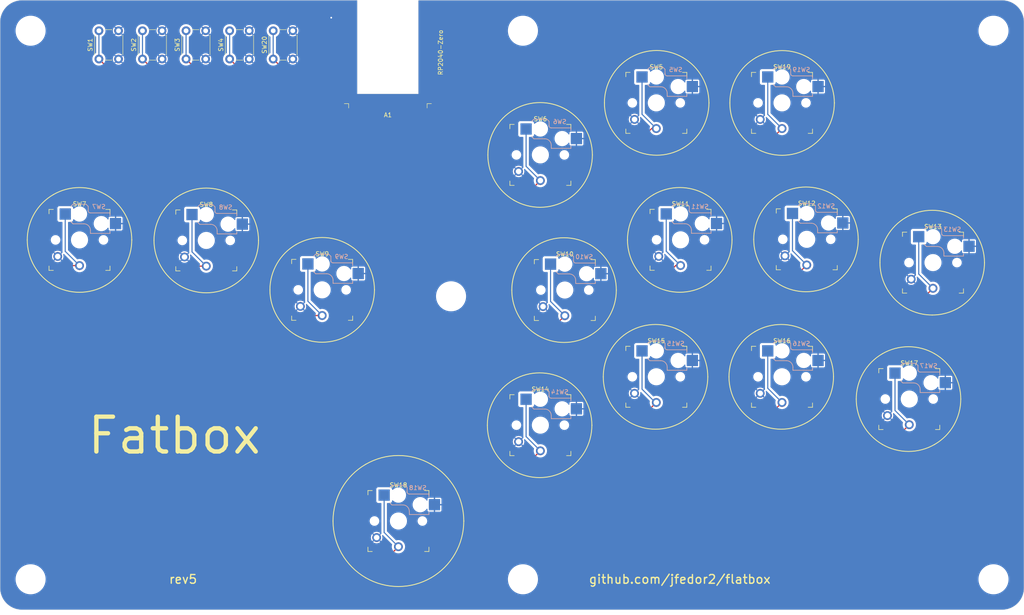
<source format=kicad_pcb>
(kicad_pcb (version 20221018) (generator pcbnew)
  (layers (0 "F.Cu" signal) (31 "B.Cu" signal) (34 "B.Paste" user) (35 "F.Paste" user) (36 "B.SilkS" user "B.Silkscreen") (37 "F.SilkS" user "F.Silkscreen") (38 "B.Mask" user) (39 "F.Mask" user) (44 "Edge.Cuts" user))
  (net 0 "")
  (net 1 "GND")
  (net 2 "LEFT")
  (net 3 "DOWN")
  (net 4 "RIGHT")
  (net 5 "UP")
  (net 6 "L1")
  (net 7 "R1")
  (net 8 "TRIANGLE")
  (net 9 "SQUARE")
  (net 10 "CIRCLE")
  (net 11 "CROSS")
  (net 12 "R2")
  (net 13 "L2")
  (net 14 "OPT1")
  (net 15 "OPT2")
  (net 16 "OPT3")
  (net 17 "OPT4")
  (net 18 "OPT5")
  (net 19 "TOUCH")
  (net 20 "L3")
  (net 21 "R3")
  (footprint "Kailh:Kailh_socket_PG1350_optional" (layer "F.Cu") (at 77.32 75.17)
    (fp_text reference "SW8")
    (fp_text value "SW_Push")
  )
  (footprint "Kailh:Kailh_socket_PG1350_optional" (layer "F.Cu") (at 103.92 86.52)
    (fp_text reference "SW9")
    (fp_text value "SW_Push")
  )
  (footprint "Kailh:Kailh_socket_PG1350_optional" (layer "F.Cu") (at 121.42 139.62)
    (fp_text reference "SW18")
    (fp_text value "SW_Push")
  )
  (footprint "Kailh:Kailh_socket_PG1350_optional" (layer "F.Cu") (at 159.61 86.56)
    (fp_text reference "SW10")
    (fp_text value "SW_Push")
  )
  (footprint "Kailh:Kailh_socket_PG1350_optional" (layer "F.Cu") (at 186.17 75.03)
    (fp_text reference "SW11")
    (fp_text value "SW_Push")
  )
  (footprint "Kailh:Kailh_socket_PG1350_optional" (layer "F.Cu") (at 215.14 74.91)
    (fp_text reference "SW12")
    (fp_text value "SW_Push")
  )
  (footprint "Kailh:Kailh_socket_PG1350_optional" (layer "F.Cu") (at 244.11 80.26)
    (fp_text reference "SW13")
    (fp_text value "SW_Push")
  )
  (footprint "Kailh:Kailh_socket_PG1350_optional" (layer "F.Cu") (at 154 117.6)
    (fp_text reference "SW14")
    (fp_text value "SW_Push")
  )
  (footprint "Kailh:Kailh_socket_PG1350_optional" (layer "F.Cu") (at 180.61 106.49)
    (fp_text reference "SW15")
    (fp_text value "SW_Push")
  )
  (footprint "Kailh:Kailh_socket_PG1350_optional" (layer "F.Cu") (at 209.46 106.49)
    (fp_text reference "SW16")
    (fp_text value "SW_Push")
  )
  (footprint "Kailh:Kailh_socket_PG1350_optional" (layer "F.Cu") (at 238.67 111.6)
    (fp_text reference "SW17")
    (fp_text value "SW_Push")
  )
  (footprint "MountingHole:MountingHole_6.4mm_M6" (layer "F.Cu") (at 37 27)
    (fp_text reference "H1" hide)
    (fp_text value "MountingHole")
  )
  (footprint "MountingHole:MountingHole_6.4mm_M6" (layer "F.Cu") (at 37 153)
    (fp_text reference "H4" hide)
    (fp_text value "MountingHole")
  )
  (footprint "MountingHole:MountingHole_6.4mm_M6" (layer "F.Cu") (at 258 153)
    (fp_text reference "H6" hide)
    (fp_text value "MountingHole")
  )
  (footprint "MountingHole:MountingHole_6.4mm_M6" (layer "F.Cu") (at 258 27)
    (fp_text reference "H3" hide)
    (fp_text value "MountingHole")
  )
  (footprint "Kailh:Kailh_socket_PG1350_optional" (layer "F.Cu") (at 48.225 75.05)
    (fp_text reference "SW7")
    (fp_text value "SW_Push")
  )
  (footprint "MountingHole:MountingHole_6.4mm_M6" (layer "F.Cu") (at 150 27)
    (fp_text reference "H2" hide)
    (fp_text value "MountingHole")
  )
  (footprint "Button_Switch_THT:SW_PUSH_6mm_H5mm" (layer "F.Cu") (at 82.68 33.5 90)
    (fp_text reference "SW4")
    (fp_text value "SW_Push")
  )
  (footprint "Button_Switch_THT:SW_PUSH_6mm_H5mm" (layer "F.Cu") (at 62.68 33.5 90)
    (fp_text reference "SW2")
    (fp_text value "SW_Push")
  )
  (footprint "Kailh:Kailh_socket_PG1350_optional" (layer "F.Cu") (at 180.61 43.57)
    (fp_text reference "SW5")
    (fp_text value "SW_Push")
  )
  (footprint "Button_Switch_THT:SW_PUSH_6mm_H5mm" (layer "F.Cu") (at 52.68 33.5 90)
    (fp_text reference "SW1")
    (fp_text value "SW_Push")
  )
  (footprint "Button_Switch_THT:SW_PUSH_6mm_H5mm" (layer "F.Cu") (at 72.68 33.5 90)
    (fp_text reference "SW3")
    (fp_text value "SW_Push")
  )
  (footprint "Kailh:Kailh_socket_PG1350_optional" (layer "F.Cu") (at 154 55.52)
    (fp_text reference "SW6")
    (fp_text value "SW_Push")
  )
  (footprint "MountingHole:MountingHole_6.4mm_M6" (layer "F.Cu") (at 133.5 88)
    (fp_text reference "H7" hide)
    (fp_text value "MountingHole")
  )
  (footprint "MountingHole:MountingHole_6.4mm_M6" (layer "F.Cu") (at 150 153)
    (fp_text reference "H5" hide)
    (fp_text value "MountingHole")
  )
  (footprint "RP2040-Zero:RP2040-Zero" (layer "F.Cu") (at 119 32)
    (fp_text reference "A1")
    (fp_text value "RP2040-Zero")
  )
  (footprint "Kailh:Kailh_socket_PG1350_optional" (layer "F.Cu") (at 209.46 43.57)
    (fp_text reference "SW19")
    (fp_text value "SW_Push")
  )
  (footprint "Button_Switch_THT:SW_PUSH_6mm_H5mm" (layer "F.Cu") (at 92.68 33.5 90)
    (fp_text reference "SW20")
    (fp_text value "SW_Push")
  )
  (gr_curve (pts (xy 65.320345 75.17053) (xy 65.320345 70.873617) (xy 67.606529 66.903105) (xy 71.317714 64.754648)) (stroke (width 0.2)) (layer "F.SilkS"))
  (gr_curve (pts (xy 147.942729 45.111347) (xy 151.653914 42.96289) (xy 156.226282 42.96289) (xy 159.937467 45.111347)) (stroke (width 0.2)) (layer "F.SilkS"))
  (gr_curve (pts (xy 83.312452 64.754648) (xy 87.023636 66.903105) (xy 89.309821 70.873617) (xy 89.309821 75.17053)) (stroke (width 0.2)) (layer "F.SilkS"))
  (gr_curve (pts (xy 191.98674 85.459979) (xy 188.275555 87.608436) (xy 183.703187 87.608436) (xy 179.992002 85.459979)) (stroke (width 0.2)) (layer "F.SilkS"))
  (gr_curve (pts (xy 244.492107 101.194118) (xy 248.203292 103.342575) (xy 250.489476 107.313086) (xy 250.489476 111.61)) (stroke (width 0.2)) (layer "F.SilkS"))
  (gr_curve (pts (xy 244.492107 122.025882) (xy 240.780922 124.174338) (xy 236.208554 124.174338) (xy 232.497369 122.025882)) (stroke (width 0.2)) (layer "F.SilkS"))
  (gr_curve (pts (xy 113.913745 152.649412) (xy 109.271238 149.9618) (xy 106.411337 144.994889) (xy 106.411337 139.619665)) (stroke (width 0.2)) (layer "F.SilkS"))
  (gr_curve (pts (xy 215.283009 116.915882) (xy 211.571824 119.064338) (xy 206.999456 119.064338) (xy 203.288271 116.915882)) (stroke (width 0.2)) (layer "F.SilkS"))
  (gr_curve (pts (xy 203.288271 96.084118) (xy 206.999456 93.935661) (xy 211.571824 93.935661) (xy 215.283009 96.084118)) (stroke (width 0.2)) (layer "F.SilkS"))
  (gr_curve (pts (xy 250.489476 111.61) (xy 250.489476 115.906913) (xy 248.203292 119.877425) (xy 244.492107 122.025882)) (stroke (width 0.2)) (layer "F.SilkS"))
  (gr_curve (pts (xy 153.439763 96.993447) (xy 149.728578 94.84499) (xy 147.442394 90.874479) (xy 147.442394 86.577565)) (stroke (width 0.2)) (layer "F.SilkS"))
  (gr_curve (pts (xy 221.280378 106.5) (xy 221.280378 110.796913) (xy 218.994194 114.767425) (xy 215.283009 116.915882)) (stroke (width 0.2)) (layer "F.SilkS"))
  (gr_curve (pts (xy 147.942729 65.943111) (xy 144.231545 63.794654) (xy 141.945361 59.824142) (xy 141.945361 55.527229)) (stroke (width 0.2)) (layer "F.SilkS"))
  (gr_curve (pts (xy 220.959277 64.509955) (xy 224.670462 66.658411) (xy 226.956646 70.628923) (xy 226.956646 74.925837)) (stroke (width 0.2)) (layer "F.SilkS"))
  (gr_curve (pts (xy 232.497369 122.025882) (xy 228.786184 119.877425) (xy 226.5 115.906913) (xy 226.5 111.61)) (stroke (width 0.2)) (layer "F.SilkS"))
  (gr_curve (pts (xy 83.312452 85.586412) (xy 79.601267 87.734869) (xy 75.028899 87.734869) (xy 71.317714 85.586412)) (stroke (width 0.2)) (layer "F.SilkS"))
  (gr_curve (pts (xy 186.428731 116.915882) (xy 182.717546 119.064338) (xy 178.145178 119.064338) (xy 174.433993 116.915882)) (stroke (width 0.2)) (layer "F.SilkS"))
  (gr_curve (pts (xy 197.290902 106.5) (xy 197.290902 102.203086) (xy 199.577087 98.232575) (xy 203.288271 96.084118)) (stroke (width 0.2)) (layer "F.SilkS"))
  (gr_curve (pts (xy 197.486149 43.585181) (xy 197.486149 39.288267) (xy 199.772333 35.317756) (xy 203.483517 33.169299)) (stroke (width 0.2)) (layer "F.SilkS"))
  (gr_curve (pts (xy 128.918561 152.649412) (xy 124.276055 155.337024) (xy 118.556251 155.337024) (xy 113.913745 152.649412)) (stroke (width 0.2)) (layer "F.SilkS"))
  (gr_curve (pts (xy 179.992002 64.628215) (xy 183.703187 62.479759) (xy 188.275555 62.479759) (xy 191.98674 64.628215)) (stroke (width 0.2)) (layer "F.SilkS"))
  (gr_line (start 192.688072 43.566959) (end 192.688072 43.566959) (stroke (width 0.2)) (layer "F.SilkS"))
  (gr_curve (pts (xy 54.221646 64.636398) (xy 57.932831 66.784855) (xy 60.219015 70.755367) (xy 60.219015 75.05228)) (stroke (width 0.2)) (layer "F.SilkS"))
  (gr_curve (pts (xy 255.929177 80.272345) (xy 255.929176 86.914797) (xy 250.558949 92.299569) (xy 243.934439 92.299569)) (stroke (width 0.2)) (layer "F.SilkS"))
  (gr_curve (pts (xy 171.43187 86.577565) (xy 171.43187 90.874479) (xy 169.145686 94.84499) (xy 165.434501 96.993447)) (stroke (width 0.2)) (layer "F.SilkS"))
  (gr_curve (pts (xy 42.226909 64.636398) (xy 45.938093 62.487941) (xy 50.510462 62.487941) (xy 54.221646 64.636398)) (stroke (width 0.2)) (layer "F.SilkS"))
  (gr_curve (pts (xy 141.829187 117.616005) (xy 141.829187 113.319092) (xy 144.115372 109.34858) (xy 147.826556 107.200125)) (stroke (width 0.2)) (layer "F.SilkS"))
  (gr_curve (pts (xy 203.483517 54.001063) (xy 199.772333 51.852606) (xy 197.486149 47.882094) (xy 197.486149 43.585181)) (stroke (width 0.2)) (layer "F.SilkS"))
  (gr_curve (pts (xy 186.690703 53.982841) (xy 182.979518 56.131297) (xy 178.40715 56.131297) (xy 174.695965 53.982841)) (stroke (width 0.2)) (layer "F.SilkS"))
  (gr_curve (pts (xy 202.96717 74.925837) (xy 202.96717 70.628923) (xy 205.253354 66.658411) (xy 208.964539 64.509955)) (stroke (width 0.2)) (layer "F.SilkS"))
  (gr_curve (pts (xy 109.919904 96.938924) (xy 106.208719 99.08738) (xy 101.636351 99.08738) (xy 97.925166 96.938924)) (stroke (width 0.2)) (layer "F.SilkS"))
  (gr_curve (pts (xy 91.927798 86.523042) (xy 91.927798 82.226128) (xy 94.213982 78.255617) (xy 97.925166 76.10716)) (stroke (width 0.2)) (layer "F.SilkS"))
  (gr_curve (pts (xy 147.826556 107.200125) (xy 151.537741 105.051667) (xy 156.110109 105.051667) (xy 159.821294 107.200125)) (stroke (width 0.2)) (layer "F.SilkS"))
  (gr_curve (pts (xy 165.434501 76.161683) (xy 169.145686 78.31014) (xy 171.43187 82.280652) (xy 171.43187 86.577565)) (stroke (width 0.2)) (layer "F.SilkS"))
  (gr_curve (pts (xy 232.497369 101.194118) (xy 236.208554 99.045661) (xy 240.780922 99.045661) (xy 244.492107 101.194118)) (stroke (width 0.2)) (layer "F.SilkS"))
  (gr_line (start 165.818663 117.616005) (end 165.818663 117.616005) (stroke (width 0.2)) (layer "F.SilkS"))
  (gr_curve (pts (xy 192.4261 106.5) (xy 192.4261 110.796913) (xy 190.139916 114.767425) (xy 186.428731 116.915882)) (stroke (width 0.2)) (layer "F.SilkS"))
  (gr_curve (pts (xy 128.918561 126.589918) (xy 133.561067 129.277529) (xy 136.420969 134.244441) (xy 136.420969 139.619665)) (stroke (width 0.2)) (layer "F.SilkS"))
  (gr_curve (pts (xy 54.221646 85.468162) (xy 50.510462 87.616619) (xy 45.938093 87.616619) (xy 42.226909 85.468162)) (stroke (width 0.2)) (layer "F.SilkS"))
  (gr_curve (pts (xy 237.93707 69.856463) (xy 241.648255 67.708006) (xy 246.220623 67.708006) (xy 249.931808 69.856463)) (stroke (width 0.2)) (layer "F.SilkS"))
  (gr_curve (pts (xy 179.992002 85.459979) (xy 176.280818 83.311522) (xy 173.994634 79.341011) (xy 173.994634 75.044097)) (stroke (width 0.2)) (layer "F.SilkS"))
  (gr_curve (pts (xy 106.411337 139.619665) (xy 106.411337 134.244441) (xy 109.271238 129.277529) (xy 113.913745 126.589918)) (stroke (width 0.2)) (layer "F.SilkS"))
  (gr_curve (pts (xy 186.690703 33.151077) (xy 190.401888 35.299534) (xy 192.688072 39.270045) (xy 192.688072 43.566959)) (stroke (width 0.2)) (layer "F.SilkS"))
  (gr_curve (pts (xy 168.698597 43.566959) (xy 168.698597 39.270045) (xy 170.984781 35.299534) (xy 174.695965 33.151077)) (stroke (width 0.2)) (layer "F.SilkS"))
  (gr_curve (pts (xy 159.821294 107.200125) (xy 163.532479 109.34858) (xy 165.818663 113.319092) (xy 165.818663 117.616005)) (stroke (width 0.2)) (layer "F.SilkS"))
  (gr_curve (pts (xy 159.937467 65.943111) (xy 156.226282 68.091567) (xy 151.653914 68.091567) (xy 147.942729 65.943111)) (stroke (width 0.2)) (layer "F.SilkS"))
  (gr_curve (pts (xy 226.5 111.61) (xy 226.5 107.313086) (xy 228.786184 103.342575) (xy 232.497369 101.194118)) (stroke (width 0.2)) (layer "F.SilkS"))
  (gr_curve (pts (xy 174.695965 33.151077) (xy 178.40715 31.00262) (xy 182.979518 31.00262) (xy 186.690703 33.151077)) (stroke (width 0.2)) (layer "F.SilkS"))
  (gr_curve (pts (xy 174.433993 116.915882) (xy 170.722808 114.767425) (xy 168.436624 110.796913) (xy 168.436624 106.5)) (stroke (width 0.2)) (layer "F.SilkS"))
  (gr_curve (pts (xy 191.98674 64.628215) (xy 195.697925 66.776672) (xy 197.984109 70.747184) (xy 197.984109 75.044097)) (stroke (width 0.2)) (layer "F.SilkS"))
  (gr_curve (pts (xy 174.433993 96.084118) (xy 178.145178 93.935661) (xy 182.717546 93.935661) (xy 186.428731 96.084118)) (stroke (width 0.2)) (layer "F.SilkS"))
  (gr_curve (pts (xy 249.931808 69.856463) (xy 253.642993 72.00492) (xy 255.929177 75.975432) (xy 255.929177 80.272345)) (stroke (width 0.2)) (layer "F.SilkS"))
  (gr_curve (pts (xy 60.219015 75.05228) (xy 60.219015 79.349193) (xy 57.932831 83.319705) (xy 54.221646 85.468162)) (stroke (width 0.2)) (layer "F.SilkS"))
  (gr_curve (pts (xy 173.994634 75.044097) (xy 173.994634 70.747184) (xy 176.280818 66.776672) (xy 179.992002 64.628215)) (stroke (width 0.2)) (layer "F.SilkS"))
  (gr_line (start 60.219015 75.05228) (end 60.219015 75.05228) (stroke (width 0.2)) (layer "F.SilkS"))
  (gr_curve (pts (xy 97.925166 76.10716) (xy 101.636351 73.958703) (xy 106.208719 73.958703) (xy 109.919904 76.10716)) (stroke (width 0.2)) (layer "F.SilkS"))
  (gr_curve (pts (xy 136.420969 139.619665) (xy 136.420969 144.994889) (xy 133.561067 149.9618) (xy 128.918561 152.649412)) (stroke (width 0.2)) (layer "F.SilkS"))
  (gr_curve (pts (xy 215.478255 54.001063) (xy 211.76707 56.149519) (xy 207.194702 56.149519) (xy 203.483517 54.001063)) (stroke (width 0.2)) (layer "F.SilkS"))
  (gr_curve (pts (xy 168.436624 106.5) (xy 168.436624 102.203086) (xy 170.722808 98.232575) (xy 174.433993 96.084118)) (stroke (width 0.2)) (layer "F.SilkS"))
  (gr_curve (pts (xy 221.475624 43.585181) (xy 221.475624 47.882094) (xy 219.18944 51.852606) (xy 215.478255 54.001063)) (stroke (width 0.2)) (layer "F.SilkS"))
  (gr_curve (pts (xy 109.919904 76.10716) (xy 113.631089 78.255617) (xy 115.917273 82.226128) (xy 115.917273 86.523042)) (stroke (width 0.2)) (layer "F.SilkS"))
  (gr_curve (pts (xy 113.913745 126.589918) (xy 118.556251 123.902306) (xy 124.276055 123.902306) (xy 128.918561 126.589918)) (stroke (width 0.2)) (layer "F.SilkS"))
  (gr_curve (pts (xy 97.925166 96.938924) (xy 94.213982 94.790467) (xy 91.927798 90.819955) (xy 91.927798 86.523042)) (stroke (width 0.2)) (layer "F.SilkS"))
  (gr_curve (pts (xy 220.959277 85.341718) (xy 217.248092 87.490175) (xy 212.675724 87.490175) (xy 208.964539 85.341718)) (stroke (width 0.2)) (layer "F.SilkS"))
  (gr_curve (pts (xy 231.939701 80.272345) (xy 231.939701 75.975432) (xy 234.225885 72.00492) (xy 237.93707 69.856463)) (stroke (width 0.2)) (layer "F.SilkS"))
  (gr_curve (pts (xy 71.317714 85.586412) (xy 67.606529 83.437955) (xy 65.320345 79.467444) (xy 65.320345 75.17053)) (stroke (width 0.2)) (layer "F.SilkS"))
  (gr_curve (pts (xy 197.984109 75.044097) (xy 197.984109 79.341011) (xy 195.697925 83.311522) (xy 191.98674 85.459979)) (stroke (width 0.2)) (layer "F.SilkS"))
  (gr_curve (pts (xy 208.964539 85.341718) (xy 205.253354 83.193262) (xy 202.96717 79.22275) (xy 202.96717 74.925837)) (stroke (width 0.2)) (layer "F.SilkS"))
  (gr_curve (pts (xy 215.478255 33.169299) (xy 219.18944 35.317756) (xy 221.475624 39.288267) (xy 221.475624 43.585181)) (stroke (width 0.2)) (layer "F.SilkS"))
  (gr_line (start 221.475624 43.585181) (end 221.475624 43.585181) (stroke (width 0.2)) (layer "F.SilkS"))
  (gr_curve (pts (xy 147.826556 128.031887) (xy 144.115372 125.883431) (xy 141.829187 121.912919) (xy 141.829187 117.616005)) (stroke (width 0.2)) (layer "F.SilkS"))
  (gr_curve (pts (xy 71.317714 64.754648) (xy 75.028899 62.606192) (xy 79.601267 62.606192) (xy 83.312452 64.754648)) (stroke (width 0.2)) (layer "F.SilkS"))
  (gr_curve (pts (xy 147.442394 86.577565) (xy 147.442394 82.280652) (xy 149.728578 78.31014) (xy 153.439763 76.161683)) (stroke (width 0.2)) (layer "F.SilkS"))
  (gr_line (start 115.917273 86.523042) (end 115.917273 86.523042) (stroke (width 0.2)) (layer "F.SilkS"))
  (gr_curve (pts (xy 165.934836 55.527229) (xy 165.934836 59.824142) (xy 163.648652 63.794654) (xy 159.937467 65.943111)) (stroke (width 0.2)) (layer "F.SilkS"))
  (gr_line (start 89.309821 75.17053) (end 89.309821 75.17053) (stroke (width 0.2)) (layer "F.SilkS"))
  (gr_curve (pts (xy 159.821294 128.031887) (xy 156.110109 130.180344) (xy 151.537741 130.180344) (xy 147.826556 128.031887)) (stroke (width 0.2)) (layer "F.SilkS"))
  (gr_curve (pts (xy 165.818663 117.616005) (xy 165.818663 121.912919) (xy 163.532479 125.883431) (xy 159.821294 128.031887)) (stroke (width 0.2)) (layer "F.SilkS"))
  (gr_curve (pts (xy 141.945361 55.527229) (xy 141.945361 51.230315) (xy 144.231545 47.259804) (xy 147.942729 45.111347)) (stroke (width 0.2)) (layer "F.SilkS"))
  (gr_curve (pts (xy 89.309821 75.17053) (xy 89.309821 79.467444) (xy 87.023636 83.437955) (xy 83.312452 85.586412)) (stroke (width 0.2)) (layer "F.SilkS"))
  (gr_curve (pts (xy 203.288271 116.915882) (xy 199.577087 114.767425) (xy 197.290902 110.796913) (xy 197.290902 106.5)) (stroke (width 0.2)) (layer "F.SilkS"))
  (gr_curve (pts (xy 203.483517 33.169299) (xy 207.194702 31.020842) (xy 211.76707 31.020842) (xy 215.478255 33.169299)) (stroke (width 0.2)) (layer "F.SilkS"))
  (gr_curve (pts (xy 186.428731 96.084118) (xy 190.139916 98.232575) (xy 192.4261 102.203086) (xy 192.4261 106.5)) (stroke (width 0.2)) (layer "F.SilkS"))
  (gr_curve (pts (xy 174.695965 53.982841) (xy 170.984781 51.834384) (xy 168.698597 47.863872) (xy 168.698597 43.566959)) (stroke (width 0.2)) (layer "F.SilkS"))
  (gr_curve (pts (xy 159.937467 45.111347) (xy 163.648652 47.259804) (xy 165.934836 51.230315) (xy 165.934836 55.527229)) (stroke (width 0.2)) (layer "F.SilkS"))
  (gr_curve (pts (xy 42.226909 85.468162) (xy 38.515724 83.319705) (xy 36.22954 79.349193) (xy 36.22954 75.05228)) (stroke (width 0.2)) (layer "F.SilkS"))
  (gr_curve (pts (xy 36.22954 75.05228) (xy 36.22954 70.755367) (xy 38.515724 66.784855) (xy 42.226909 64.636398)) (stroke (width 0.2)) (layer "F.SilkS"))
  (gr_line (start 136.420969 139.619665) (end 136.420969 139.619665) (stroke (width 0.2)) (layer "F.SilkS"))
  (gr_curve (pts (xy 115.917273 86.523042) (xy 115.917273 90.819955) (xy 113.631089 94.790467) (xy 109.919904 96.938924)) (stroke (width 0.2)) (layer "F.SilkS"))
  (gr_curve (pts (xy 243.934439 92.299569) (xy 237.309929 92.299569) (xy 231.939702 86.914797) (xy 231.939701 80.272345)) (stroke (width 0.2)) (layer "F.SilkS"))
  (gr_curve (pts (xy 165.434501 96.993447) (xy 161.723316 99.141904) (xy 157.150948 99.141904) (xy 153.439763 96.993447)) (stroke (width 0.2)) (layer "F.SilkS"))
  (gr_curve (pts (xy 215.283009 96.084118) (xy 218.994194 98.232575) (xy 221.280378 102.203086) (xy 221.280378 106.5)) (stroke (width 0.2)) (layer "F.SilkS"))
  (gr_curve (pts (xy 192.688072 43.566959) (xy 192.688072 47.863872) (xy 190.401888 51.834384) (xy 186.690703 53.982841)) (stroke (width 0.2)) (layer "F.SilkS"))
  (gr_curve (pts (xy 208.964539 64.509955) (xy 212.675724 62.361498) (xy 217.248092 62.361498) (xy 220.959277 64.509955)) (stroke (width 0.2)) (layer "F.SilkS"))
  (gr_curve (pts (xy 226.956646 74.925837) (xy 226.956646 79.22275) (xy 224.670462 83.193262) (xy 220.959277 85.341718)) (stroke (width 0.2)) (layer "F.SilkS"))
  (gr_curve (pts (xy 153.439763 76.161683) (xy 157.150948 74.013227) (xy 161.723316 74.013227) (xy 165.434501 76.161683)) (stroke (width 0.2)) (layer "F.SilkS"))
  (gr_line (start 265 25) (end 265 155) (stroke (width 0.05)) (layer "Edge.Cuts"))
  (gr_line (start 260 160) (end 35 160) (stroke (width 0.05)) (layer "Edge.Cuts"))
  (gr_line (start 30 155) (end 30 25) (stroke (width 0.05)) (layer "Edge.Cuts"))
  (gr_line (start 35 20) (end 112 20) (stroke (width 0.05)) (layer "Edge.Cuts"))
  (gr_line (start 126 20) (end 260 20) (stroke (width 0.05)) (layer "Edge.Cuts"))
  (gr_line (start 112 20) (end 112 41.5) (stroke (width 0.05)) (layer "Edge.Cuts"))
  (gr_arc (start 30 25) (mid 31.464466 21.464466) (end 35 20) (stroke (width 0.05)) (layer "Edge.Cuts"))
  (gr_line (start 126 41.5) (end 126 20) (stroke (width 0.05)) (layer "Edge.Cuts"))
  (gr_arc (start 35 160) (mid 31.464466 158.535534) (end 30 155) (stroke (width 0.05)) (layer "Edge.Cuts"))
  (gr_arc (start 265 155) (mid 263.535534 158.535533) (end 260 160) (stroke (width 0.05)) (layer "Edge.Cuts"))
  (gr_arc (start 260 20) (mid 263.535533 21.464466) (end 265 25) (stroke (width 0.05)) (layer "Edge.Cuts"))
  (gr_line (start 112 41.5) (end 126 41.5) (stroke (width 0.05)) (layer "Edge.Cuts"))
  (gr_text "RP2040-Zero" (at 131.1 32 90) (layer "F.SilkS") (effects (font (size 1 1))))
  (gr_text "rev5" (at 72 153) (layer "F.SilkS") (effects (font (size 2 2) (thickness 0.3))))
  (gr_text "github.com/jfedor2/flatbox" (at 186 153) (layer "F.SilkS") (effects (font (size 2 2) (thickness 0.3))))
  (gr_text "Fatbox" (at 70 120) (layer "F.SilkS") (effects (font (size 8 8) (thickness 1))))
  (segment (start 109.84 24.38) (end 106.38 24.38) (width 0.381) (layer "F.Cu") (net 1))
  (segment (start 106.38 24.38) (end 106 24) (width 0.381) (layer "F.Cu") (net 1))
  (via (at 106 24) (size 0.8) (drill 0.4) (layers "F.Cu" "B.Cu") (net 1))
  (segment (start 40.05 80.95) (end 48.225 80.95) (width 0.254) (layer "F.Cu") (net 2))
  (segment (start 121 100) (end 119 102) (width 0.254) (layer "F.Cu") (net 2))
  (segment (start 37 100) (end 37 84) (width 0.254) (layer "F.Cu") (net 2))
  (segment (start 119 102) (end 39 102) (width 0.254) (layer "F.Cu") (net 2))
  (segment (start 116.46 43.7) (end 116.46 62.46) (width 0.254) (layer "F.Cu") (net 2))
  (segment (start 121 67) (end 121 100) (width 0.254) (layer "F.Cu") (net 2))
  (segment (start 37 84) (end 40.05 80.95) (width 0.254) (layer "F.Cu") (net 2))
  (segment (start 116.46 62.46) (end 121 67) (width 0.254) (layer "F.Cu") (net 2))
  (segment (start 39 102) (end 37 100) (width 0.254) (layer "F.Cu") (net 2))
  (segment (start 48.225 80.95) (end 44.95 77.675) (width 0.254) (layer "B.Cu") (net 2))
  (segment (start 44.95 77.675) (end 44.95 69.1) (width 0.254) (layer "B.Cu") (net 2))
  (segment (start 67 99) (end 67 84) (width 0.254) (layer "F.Cu") (net 3))
  (segment (start 70 81) (end 70.07 81.07) (width 0.254) (layer "F.Cu") (net 3))
  (segment (start 113.92 43.7) (end 113.92 61.92) (width 0.254) (layer "F.Cu") (net 3))
  (segment (start 120 68) (end 120 99) (width 0.254) (layer "F.Cu") (net 3))
  (segment (start 113.92 61.92) (end 120 68) (width 0.254) (layer "F.Cu") (net 3))
  (segment (start 70.07 81.07) (end 77.32 81.07) (width 0.254) (layer "F.Cu") (net 3))
  (segment (start 69 101) (end 67 99) (width 0.254) (layer "F.Cu") (net 3))
  (segment (start 120 99) (end 118 101) (width 0.254) (layer "F.Cu") (net 3))
  (segment (start 67 84) (end 70 81) (width 0.254) (layer "F.Cu") (net 3))
  (segment (start 118 101) (end 69 101) (width 0.254) (layer "F.Cu") (net 3))
  (segment (start 74.045 69.22) (end 74.045 77.795) (width 0.254) (layer "B.Cu") (net 3))
  (segment (start 74.045 77.795) (end 77.32 81.07) (width 0.254) (layer "B.Cu") (net 3))
  (segment (start 110 60) (end 110 43) (width 0.254) (layer "F.Cu") (net 4))
  (segment (start 119 69) (end 110 60) (width 0.254) (layer "F.Cu") (net 4))
  (segment (start 110 43) (end 109.84 42.84) (width 0.254) (layer "F.Cu") (net 4))
  (segment (start 117 100) (end 119 98) (width 0.254) (layer "F.Cu") (net 4))
  (segment (start 96 100) (end 117 100) (width 0.254) (layer "F.Cu") (net 4))
  (segment (start 103.92 92.42) (end 96.58 92.42) (width 0.254) (layer "F.Cu") (net 4))
  (segment (start 119 98) (end 119 69) (width 0.254) (layer "F.Cu") (net 4))
  (segment (start 109.84 42.84) (end 109.84 42.16) (width 0.254) (layer "F.Cu") (net 4))
  (segment (start 94 98) (end 96 100) (width 0.254) (layer "F.Cu") (net 4))
  (segment (start 94 95) (end 94 98) (width 0.254) (layer "F.Cu") (net 4))
  (segment (start 96.58 92.42) (end 94 95) (width 0.254) (layer "F.Cu") (net 4))
  (segment (start 100.645 80.57) (end 100.645 89.145) (width 0.254) (layer "B.Cu") (net 4))
  (segment (start 100.645 89.145) (end 103.92 92.42) (width 0.254) (layer "B.Cu") (net 4))
  (segment (start 120 103) (end 105 103) (width 0.254) (layer "F.Cu") (net 5))
  (segment (start 122 101) (end 120 103) (width 0.254) (layer "F.Cu") (net 5))
  (segment (start 120 146.94) (end 121.42 145.52) (width 0.254) (layer "F.Cu") (net 5))
  (segment (start 105 103) (end 103 105) (width 0.254) (layer "F.Cu") (net 5))
  (segment (start 120 147) (end 120 146.94) (width 0.254) (layer "F.Cu") (net 5))
  (segment (start 119 63) (end 122 66) (width 0.254) (layer "F.Cu") (net 5))
  (segment (start 103 148) (end 105 150) (width 0.254) (layer "F.Cu") (net 5))
  (segment (start 103 105) (end 103 148) (width 0.254) (layer "F.Cu") (net 5))
  (segment (start 105 150) (end 117 150) (width 0.254) (layer "F.Cu") (net 5))
  (segment (start 117 150) (end 120 147) (width 0.254) (layer "F.Cu") (net 5))
  (segment (start 122 66) (end 122 101) (width 0.254) (layer "F.Cu") (net 5))
  (segment (start 119 43.7) (end 119 63) (width 0.254) (layer "F.Cu") (net 5))
  (segment (start 118.145 133.67) (end 118.145 142.245) (width 0.254) (layer "B.Cu") (net 5))
  (segment (start 118.145 142.245) (end 121.42 145.52) (width 0.254) (layer "B.Cu") (net 5))
  (segment (start 235 90) (end 240.27 90) (width 0.254) (layer "F.Cu") (net 6))
  (segment (start 128.16 21.84) (end 133.84 21.84) (width 0.254) (layer "F.Cu") (net 6))
  (segment (start 213 26) (end 230 43) (width 0.254) (layer "F.Cu") (net 6))
  (segment (start 230 85) (end 235 90) (width 0.254) (layer "F.Cu") (net 6))
  (segment (start 171 26) (end 213 26) (width 0.254) (layer "F.Cu") (net 6))
  (segment (start 146 34) (end 163 34) (width 0.254) (layer "F.Cu") (net 6))
  (segment (start 240.27 90) (end 244.11 86.16) (width 0.254) (layer "F.Cu") (net 6))
  (segment (start 163 34) (end 171 26) (width 0.254) (layer "F.Cu") (net 6))
  (segment (start 133.84 21.84) (end 146 34) (width 0.254) (layer "F.Cu") (net 6))
  (segment (start 230 43) (end 230 85) (width 0.254) (layer "F.Cu") (net 6))
  (segment (start 240.835 74.31) (end 240.835 82.885) (width 0.254) (layer "B.Cu") (net 6))
  (segment (start 240.835 82.885) (end 244.11 86.16) (width 0.254) (layer "B.Cu") (net 6))
  (segment (start 201 56) (end 201 80) (width 0.254) (layer "F.Cu") (net 7))
  (segment (start 187 29) (end 195 37) (width 0.254) (layer "F.Cu") (net 7))
  (segment (start 201 80) (end 205 84) (width 0.254) (layer "F.Cu") (net 7))
  (segment (start 143 37) (end 166 37) (width 0.254) (layer "F.Cu") (net 7))
  (segment (start 195 50) (end 201 56) (width 0.254) (layer "F.Cu") (net 7))
  (segment (start 135.46 29.46) (end 143 37) (width 0.254) (layer "F.Cu") (net 7))
  (segment (start 128.16 29.46) (end 135.46 29.46) (width 0.254) (layer "F.Cu") (net 7))
  (segment (start 211.95 84) (end 215.14 80.81) (width 0.254) (layer "F.Cu") (net 7))
  (segment (start 174 29) (end 187 29) (width 0.254) (layer "F.Cu") (net 7))
  (segment (start 166 37) (end 174 29) (width 0.254) (layer "F.Cu") (net 7))
  (segment (start 205 84) (end 211.95 84) (width 0.254) (layer "F.Cu") (net 7))
  (segment (start 195 37) (end 195 50) (width 0.254) (layer "F.Cu") (net 7))
  (segment (start 211.865 68.96) (end 211.865 77.535) (width 0.254) (layer "B.Cu") (net 7))
  (segment (start 211.865 77.535) (end 215.14 80.81) (width 0.254) (layer "B.Cu") (net 7))
  (segment (start 140 40) (end 158 40) (width 0.254) (layer "F.Cu") (net 8))
  (segment (start 128.16 37.08) (end 137.08 37.08) (width 0.254) (layer "F.Cu") (net 8))
  (segment (start 158 40) (end 173 55) (width 0.254) (layer "F.Cu") (net 8))
  (segment (start 182 84) (end 185.07 80.93) (width 0.254) (layer "F.Cu") (net 8))
  (segment (start 185.07 80.93) (end 186.17 80.93) (width 0.254) (layer "F.Cu") (net 8))
  (segment (start 137.08 37.08) (end 140 40) (width 0.254) (layer "F.Cu") (net 8))
  (segment (start 173 81) (end 176 84) (width 0.254) (layer "F.Cu") (net 8))
  (segment (start 176 84) (end 182 84) (width 0.254) (layer "F.Cu") (net 8))
  (segment (start 173 55) (end 173 81) (width 0.254) (layer "F.Cu") (net 8))
  (segment (start 182.895 77.655) (end 186.17 80.93) (width 0.254) (layer "B.Cu") (net 8))
  (segment (start 182.895 69.08) (end 182.895 77.655) (width 0.254) (layer "B.Cu") (net 8))
  (segment (start 159.61 92.46) (end 156.07 96) (width 0.254) (layer "F.Cu") (net 9))
  (segment (start 146 69) (end 124.08 47.08) (width 0.254) (layer "F.Cu") (net 9))
  (segment (start 124.08 47.08) (end 124.08 43.7) (width 0.254) (layer "F.Cu") (net 9))
  (segment (start 156.07 96) (end 149 96) (width 0.254) (layer "F.Cu") (net 9))
  (segment (start 146 93) (end 146 69) (width 0.254) (layer "F.Cu") (net 9))
  (segment (start 149 96) (end 146 93) (width 0.254) (layer "F.Cu") (net 9))
  (segment (start 156.335 89.185) (end 159.61 92.46) (width 0.254) (layer "B.Cu") (net 9))
  (segment (start 156.335 80.61) (end 156.335 89.185) (width 0.254) (layer "B.Cu") (net 9))
  (segment (start 172 95) (end 172 56) (width 0.254) (layer "F.Cu") (net 10))
  (segment (start 172 56) (end 157 41) (width 0.254) (layer "F.Cu") (net 10))
  (segment (start 167 113) (end 167 100) (width 0.254) (layer "F.Cu") (net 10))
  (segment (start 167 100) (end 172 95) (width 0.254) (layer "F.Cu") (net 10))
  (segment (start 171 117) (end 167 113) (width 0.254) (layer "F.Cu") (net 10))
  (segment (start 176 117) (end 171 117) (width 0.254) (layer "F.Cu") (net 10))
  (segment (start 180.61 112.39) (end 176 117) (width 0.254) (layer "F.Cu") (net 10))
  (segment (start 137.62 39.62) (end 128.16 39.62) (width 0.254) (layer "F.Cu") (net 10))
  (segment (start 139 41) (end 137.62 39.62) (width 0.254) (layer "F.Cu") (net 10))
  (segment (start 157 41) (end 139 41) (width 0.254) (layer "F.Cu") (net 10))
  (segment (start 177.335 100.54) (end 177.335 109.335) (width 0.254) (layer "B.Cu") (net 10))
  (segment (start 177.335 109.335) (end 180 112) (width 0.254) (layer "B.Cu") (net 10))
  (segment (start 121.54 43.7) (end 121.54 46.54) (width 0.254) (layer "F.Cu") (net 11))
  (segment (start 140 124) (end 144 128) (width 0.254) (layer "F.Cu") (net 11))
  (segment (start 144 128) (end 149.5 128) (width 0.254) (layer "F.Cu") (net 11))
  (segment (start 145 70) (end 145 107) (width 0.254) (layer "F.Cu") (net 11))
  (segment (start 145 107) (end 140 112) (width 0.254) (layer "F.Cu") (net 11))
  (segment (start 149.5 128) (end 154 123.5) (width 0.254) (layer "F.Cu") (net 11))
  (segment (start 140 112) (end 140 124) (width 0.254) (layer "F.Cu") (net 11))
  (segment (start 121.54 46.54) (end 145 70) (width 0.254) (layer "F.Cu") (net 11))
  (segment (start 150.725 111.65) (end 150.725 120.225) (width 0.254) (layer "B.Cu") (net 11))
  (segment (start 150.725 120.225) (end 154 123.5) (width 0.254) (layer "B.Cu") (net 11))
  (segment (start 186 30) (end 194 38) (width 0.254) (layer "F.Cu") (net 12))
  (segment (start 205 116.85) (end 209.46 112.39) (width 0.254) (layer "F.Cu") (net 12))
  (segment (start 142 38) (end 167 38) (width 0.254) (layer "F.Cu") (net 12))
  (segment (start 205 117) (end 205 116.85) (width 0.254) (layer "F.Cu") (net 12))
  (segment (start 196 101) (end 196 112) (width 0.254) (layer "F.Cu") (net 12))
  (segment (start 200 57) (end 200 97) (width 0.254) (layer "F.Cu") (net 12))
  (segment (start 201 117) (end 205 117) (width 0.254) (layer "F.Cu") (net 12))
  (segment (start 200 97) (end 196 101) (width 0.254) (layer "F.Cu") (net 12))
  (segment (start 196 112) (end 201 117) (width 0.254) (layer "F.Cu") (net 12))
  (segment (start 136 32) (end 142 38) (width 0.254) (layer "F.Cu") (net 12))
  (segment (start 194 38) (end 194 51) (width 0.254) (layer "F.Cu") (net 12))
  (segment (start 128.16 32) (end 136 32) (width 0.254) (layer "F.Cu") (net 12))
  (segment (start 167 38) (end 175 30) (width 0.254) (layer "F.Cu") (net 12))
  (segment (start 175 30) (end 186 30) (width 0.254) (layer "F.Cu") (net 12))
  (segment (start 194 51) (end 200 57) (width 0.254) (layer "F.Cu") (net 12))
  (segment (start 206.185 109.115) (end 209.46 112.39) (width 0.254) (layer "B.Cu") (net 12))
  (segment (start 206.185 100.54) (end 206.185 109.115) (width 0.254) (layer "B.Cu") (net 12))
  (segment (start 225 117) (end 230 122) (width 0.254) (layer "F.Cu") (net 13))
  (segment (start 234.17 122) (end 238.67 117.5) (width 0.254) (layer "F.Cu") (net 13))
  (segment (start 134.38 24.38) (end 145 35) (width 0.254) (layer "F.Cu") (net 13))
  (segment (start 229 102) (end 225 106) (width 0.254) (layer "F.Cu") (net 13))
  (segment (start 172 27) (end 212 27) (width 0.254) (layer "F.Cu") (net 13))
  (segment (start 230 122) (end 234.17 122) (width 0.254) (layer "F.Cu") (net 13))
  (segment (start 212 27) (end 229 44) (width 0.254) (layer "F.Cu") (net 13))
  (segment (start 128.16 24.38) (end 134.38 24.38) (width 0.254) (layer "F.Cu") (net 13))
  (segment (start 225 106) (end 225 117) (width 0.254) (layer "F.Cu") (net 13))
  (segment (start 164 35) (end 172 27) (width 0.254) (layer "F.Cu") (net 13))
  (segment (start 229 44) (end 229 102) (width 0.254) (layer "F.Cu") (net 13))
  (segment (start 145 35) (end 164 35) (width 0.254) (layer "F.Cu") (net 13))
  (segment (start 235.395 114.225) (end 238.67 117.5) (width 0.254) (layer "B.Cu") (net 13))
  (segment (start 235.395 105.65) (end 235.395 114.225) (width 0.254) (layer "B.Cu") (net 13))
  (segment (start 103.38 39.62) (end 109.84 39.62) (width 0.254) (layer "F.Cu") (net 14))
  (segment (start 102 41) (end 103.38 39.62) (width 0.254) (layer "F.Cu") (net 14))
  (segment (start 52.68 33.5) (end 60.18 41) (width 0.254) (layer "F.Cu") (net 14))
  (segment (start 60.18 41) (end 102 41) (width 0.254) (layer "F.Cu") (net 14))
  (segment (start 52.68 27) (end 52.68 33.5) (width 0.254) (layer "B.Cu") (net 14))
  (segment (start 103.92 37.08) (end 109.84 37.08) (width 0.254) (layer "F.Cu") (net 15))
  (segment (start 62.68 33.5) (end 69.18 40) (width 0.254) (layer "F.Cu") (net 15))
  (segment (start 101 40) (end 103.92 37.08) (width 0.254) (layer "F.Cu") (net 15))
  (segment (start 69.18 40) (end 101 40) (width 0.254) (layer "F.Cu") (net 15))
  (segment (start 62.68 27) (end 62.68 33.5) (width 0.254) (layer "B.Cu") (net 15))
  (segment (start 78.18 39) (end 100 39) (width 0.254) (layer "F.Cu") (net 16))
  (segment (start 100 39) (end 104.46 34.54) (width 0.254) (layer "F.Cu") (net 16))
  (segment (start 104.46 34.54) (end 109.84 34.54) (width 0.254) (layer "F.Cu") (net 16))
  (segment (start 72.68 33.5) (end 78.18 39) (width 0.254) (layer "F.Cu") (net 16))
  (segment (start 72.68 27) (end 72.68 33.5) (width 0.254) (layer "B.Cu") (net 16))
  (segment (start 82.68 33.5) (end 87.18 38) (width 0.254) (layer "F.Cu") (net 17))
  (segment (start 105 32) (end 109.84 32) (width 0.254) (layer "F.Cu") (net 17))
  (segment (start 87.18 38) (end 99 38) (width 0.254) (layer "F.Cu") (net 17))
  (segment (start 99 38) (end 105 32) (width 0.254) (layer "F.Cu") (net 17))
  (segment (start 82.68 27) (end 82.68 33.5) (width 0.254) (layer "B.Cu") (net 17))
  (segment (start 96.18 37) (end 98 37) (width 0.254) (layer "F.Cu") (net 18))
  (segment (start 98 37) (end 105.54 29.46) (width 0.254) (layer "F.Cu") (net 18))
  (segment (start 92.68 33.5) (end 96.18 37) (width 0.254) (layer "F.Cu") (net 18))
  (segment (start 105.54 29.46) (end 109.84 29.46) (width 0.254) (layer "F.Cu") (net 18))
  (segment (start 92.68 27) (end 92.68 33.5) (width 0.254) (layer "B.Cu") (net 18))
  (segment (start 150.42 65) (end 154 61.42) (width 0.254) (layer "F.Cu") (net 19))
  (segment (start 144 65) (end 150.42 65) (width 0.254) (layer "F.Cu") (net 19))
  (segment (start 128.16 42.16) (end 128.16 49.16) (width 0.254) (layer "F.Cu") (net 19))
  (segment (start 128.16 49.16) (end 144 65) (width 0.254) (layer "F.Cu") (net 19))
  (segment (start 150.725 58.145) (end 154 61.42) (width 0.254) (layer "B.Cu") (net 19))
  (segment (start 150.725 49.57) (end 150.725 58.145) (width 0.254) (layer "B.Cu") (net 19))
  (segment (start 188 28) (end 196 36) (width 0.254) (layer "F.Cu") (net 20))
  (segment (start 196 49) (end 200 53) (width 0.254) (layer "F.Cu") (net 20))
  (segment (start 200 53) (end 205.93 53) (width 0.254) (layer "F.Cu") (net 20))
  (segment (start 196 36) (end 196 49) (width 0.254) (layer "F.Cu") (net 20))
  (segment (start 128.16 26.92) (end 134.92 26.92) (width 0.254) (layer "F.Cu") (net 20))
  (segment (start 144 36) (end 165 36) (width 0.254) (layer "F.Cu") (net 20))
  (segment (start 165 36) (end 173 28) (width 0.254) (layer "F.Cu") (net 20))
  (segment (start 134.92 26.92) (end 144 36) (width 0.254) (layer "F.Cu") (net 20))
  (segment (start 205.93 53) (end 209.46 49.47) (width 0.254) (layer "F.Cu") (net 20))
  (segment (start 173 28) (end 188 28) (width 0.254) (layer "F.Cu") (net 20))
  (segment (start 206.185 46.195) (end 209.46 49.47) (width 0.254) (layer "B.Cu") (net 20))
  (segment (start 206.185 37.62) (end 206.185 46.195) (width 0.254) (layer "B.Cu") (net 20))
  (segment (start 159 39) (end 173 53) (width 0.254) (layer "F.Cu") (net 21))
  (segment (start 179.53 49.47) (end 180.61 49.47) (width 0.254) (layer "F.Cu") (net 21))
  (segment (start 141 39) (end 159 39) (width 0.254) (layer "F.Cu") (net 21))
  (segment (start 173 53) (end 176 53) (width 0.254) (layer "F.Cu") (net 21))
  (segment (start 176 53) (end 179.53 49.47) (width 0.254) (layer "F.Cu") (net 21))
  (segment (start 136.54 34.54) (end 141 39) (width 0.254) (layer "F.Cu") (net 21))
  (segment (start 128.16 34.54) (end 136.54 34.54) (width 0.254) (layer "F.Cu") (net 21))
  (segment (start 177.335 46.195) (end 180.61 49.47) (width 0.254) (layer "B.Cu") (net 21))
  (segment (start 177.335 37.62) (end 177.335 46.195) (width 0.254) (layer "B.Cu") (net 21))
  (zone (net 1) (net_name "GND") (layer "B.Cu") (connect_pads (clearance 0.508)) (min_thickness 0.254) (fill yes (thermal_gap 0.3) (thermal_bridge_width 0.3))
    (polygon (pts (xy 265 160) (xy 30 160) (xy 30 20) (xy 265 20)))
  )
)
</source>
